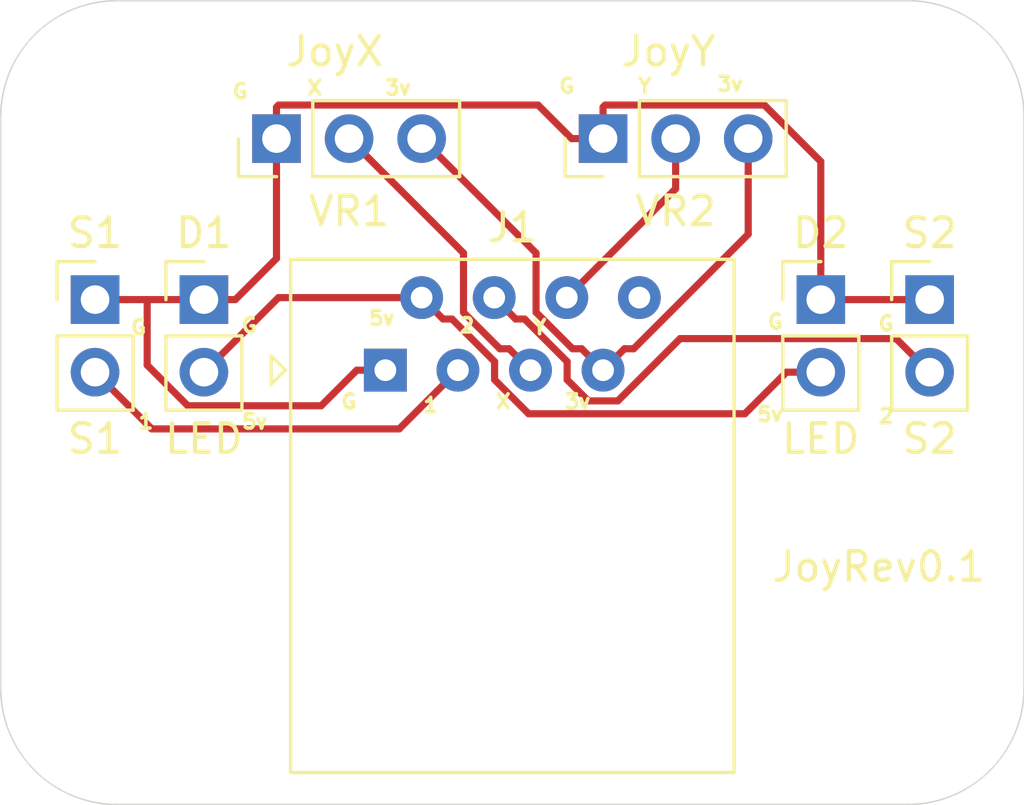
<source format=kicad_pcb>
(kicad_pcb (version 20171130) (host pcbnew "(5.1.2)-2")

  (general
    (thickness 1.6)
    (drawings 30)
    (tracks 65)
    (zones 0)
    (modules 11)
    (nets 9)
  )

  (page A4)
  (layers
    (0 F.Cu signal hide)
    (31 B.Cu signal)
    (32 B.Adhes user)
    (33 F.Adhes user)
    (34 B.Paste user)
    (35 F.Paste user)
    (36 B.SilkS user)
    (37 F.SilkS user)
    (38 B.Mask user)
    (39 F.Mask user)
    (40 Dwgs.User user)
    (41 Cmts.User user)
    (42 Eco1.User user)
    (43 Eco2.User user)
    (44 Edge.Cuts user)
    (45 Margin user)
    (46 B.CrtYd user)
    (47 F.CrtYd user)
    (48 B.Fab user)
    (49 F.Fab user)
  )

  (setup
    (last_trace_width 0.25)
    (trace_clearance 0.2)
    (zone_clearance 0.508)
    (zone_45_only no)
    (trace_min 0.2)
    (via_size 0.8)
    (via_drill 0.4)
    (via_min_size 0.4)
    (via_min_drill 0.3)
    (uvia_size 0.3)
    (uvia_drill 0.1)
    (uvias_allowed no)
    (uvia_min_size 0.2)
    (uvia_min_drill 0.1)
    (edge_width 0.05)
    (segment_width 0.2)
    (pcb_text_width 0.3)
    (pcb_text_size 1.5 1.5)
    (mod_edge_width 0.12)
    (mod_text_size 1 1)
    (mod_text_width 0.15)
    (pad_size 3.200001 3.200001)
    (pad_drill 3.200001)
    (pad_to_mask_clearance 0.051)
    (solder_mask_min_width 0.25)
    (aux_axis_origin 0 0)
    (visible_elements 7FFFFFFF)
    (pcbplotparams
      (layerselection 0x010fc_ffffffff)
      (usegerberextensions false)
      (usegerberattributes false)
      (usegerberadvancedattributes false)
      (creategerberjobfile false)
      (excludeedgelayer false)
      (linewidth 0.100000)
      (plotframeref false)
      (viasonmask false)
      (mode 1)
      (useauxorigin true)
      (hpglpennumber 1)
      (hpglpenspeed 20)
      (hpglpendiameter 15.000000)
      (psnegative false)
      (psa4output false)
      (plotreference true)
      (plotvalue true)
      (plotinvisibletext false)
      (padsonsilk false)
      (subtractmaskfromsilk false)
      (outputformat 1)
      (mirror false)
      (drillshape 0)
      (scaleselection 1)
      (outputdirectory "Gerbers/"))
  )

  (net 0 "")
  (net 1 "Net-(D1-Pad1)")
  (net 2 "Net-(D1-Pad2)")
  (net 3 "Net-(J1-Pad3)")
  (net 4 "Net-(J1-Pad4)")
  (net 5 "Net-(J1-Pad5)")
  (net 6 "Net-(J1-Pad6)")
  (net 7 "Net-(J1-Pad7)")
  (net 8 "Net-(J1-Pad8)")

  (net_class Default "This is the default net class."
    (clearance 0.2)
    (trace_width 0.25)
    (via_dia 0.8)
    (via_drill 0.4)
    (uvia_dia 0.3)
    (uvia_drill 0.1)
    (add_net "Net-(D1-Pad1)")
    (add_net "Net-(D1-Pad2)")
    (add_net "Net-(J1-Pad3)")
    (add_net "Net-(J1-Pad4)")
    (add_net "Net-(J1-Pad5)")
    (add_net "Net-(J1-Pad6)")
    (add_net "Net-(J1-Pad7)")
    (add_net "Net-(J1-Pad8)")
  )

  (module MountingHole:MountingHole_3mm (layer F.Cu) (tedit 56D1B4CB) (tstamp 5D61F0F3)
    (at 136.638 110.678)
    (descr "Mounting Hole 3mm, no annular")
    (tags "mounting hole 3mm no annular")
    (attr virtual)
    (fp_text reference "" (at 0 -4) (layer F.SilkS)
      (effects (font (size 1 1) (thickness 0.15)))
    )
    (fp_text value "" (at 0 4) (layer F.Fab)
      (effects (font (size 1 1) (thickness 0.15)))
    )
    (fp_text user %R (at 0.3 0) (layer F.Fab)
      (effects (font (size 1 1) (thickness 0.15)))
    )
    (fp_circle (center 0 0) (end 3 0) (layer Cmts.User) (width 0.15))
    (fp_circle (center 0 0) (end 3.25 0) (layer F.CrtYd) (width 0.05))
    (pad 1 np_thru_hole circle (at 0 0) (size 3 3) (drill 3) (layers *.Cu *.Mask))
  )

  (module MountingHole:MountingHole_3mm (layer F.Cu) (tedit 56D1B4CB) (tstamp 5D61F0F3)
    (at 136.638 90.678)
    (descr "Mounting Hole 3mm, no annular")
    (tags "mounting hole 3mm no annular")
    (attr virtual)
    (fp_text reference "" (at 0 -4) (layer F.SilkS)
      (effects (font (size 1 1) (thickness 0.15)))
    )
    (fp_text value "" (at 0 4) (layer F.Fab)
      (effects (font (size 1 1) (thickness 0.15)))
    )
    (fp_text user %R (at 0.3 0) (layer F.Fab)
      (effects (font (size 1 1) (thickness 0.15)))
    )
    (fp_circle (center 0 0) (end 3 0) (layer Cmts.User) (width 0.15))
    (fp_circle (center 0 0) (end 3.25 0) (layer F.CrtYd) (width 0.05))
    (pad 1 np_thru_hole circle (at 0 0) (size 3 3) (drill 3) (layers *.Cu *.Mask))
  )

  (module MountingHole:MountingHole_3mm (layer F.Cu) (tedit 56D1B4CB) (tstamp 5D61F059)
    (at 164.338 110.678)
    (descr "Mounting Hole 3mm, no annular")
    (tags "mounting hole 3mm no annular")
    (attr virtual)
    (fp_text reference "" (at 0 -4) (layer F.SilkS)
      (effects (font (size 1 1) (thickness 0.15)))
    )
    (fp_text value "" (at 0 4) (layer F.Fab)
      (effects (font (size 1 1) (thickness 0.15)))
    )
    (fp_text user %R (at 0.3 0) (layer F.Fab)
      (effects (font (size 1 1) (thickness 0.15)))
    )
    (fp_circle (center 0 0) (end 3 0) (layer Cmts.User) (width 0.15))
    (fp_circle (center 0 0) (end 3.25 0) (layer F.CrtYd) (width 0.05))
    (pad 1 np_thru_hole circle (at 0 0) (size 3 3) (drill 3) (layers *.Cu *.Mask))
  )

  (module MountingHole:MountingHole_3mm (layer F.Cu) (tedit 56D1B4CB) (tstamp 5D61EFF6)
    (at 164.338 90.678)
    (descr "Mounting Hole 3mm, no annular")
    (tags "mounting hole 3mm no annular")
    (attr virtual)
    (fp_text reference "" (at 0 -4) (layer F.SilkS)
      (effects (font (size 1 1) (thickness 0.15)))
    )
    (fp_text value "" (at 0 4) (layer F.Fab)
      (effects (font (size 1 1) (thickness 0.15)))
    )
    (fp_circle (center 0 0) (end 3.25 0) (layer F.CrtYd) (width 0.05))
    (fp_circle (center 0 0) (end 3 0) (layer Cmts.User) (width 0.15))
    (fp_text user %R (at 0.3 0) (layer F.Fab)
      (effects (font (size 1 1) (thickness 0.15)))
    )
    (pad 1 np_thru_hole circle (at 0 0) (size 3 3) (drill 3) (layers *.Cu *.Mask))
  )

  (module Connector_PinHeader_2.54mm:PinHeader_1x03_P2.54mm_Vertical (layer F.Cu) (tedit 5D58EBD6) (tstamp 5D593737)
    (at 153.67 91.44 90)
    (descr "Through hole straight pin header, 1x03, 2.54mm pitch, single row")
    (tags "Through hole pin header THT 1x03 2.54mm single row")
    (path /5D5C5C5F)
    (fp_text reference VR2 (at -2.54 2.54) (layer F.SilkS)
      (effects (font (size 1 1) (thickness 0.15)))
    )
    (fp_text value JoyY (at 3.048 2.286) (layer F.SilkS)
      (effects (font (size 1 1) (thickness 0.15)))
    )
    (fp_text user %R (at 0 2.54 180) (layer F.Fab)
      (effects (font (size 1 1) (thickness 0.15)))
    )
    (fp_line (start 1.8 -1.8) (end -1.8 -1.8) (layer F.CrtYd) (width 0.05))
    (fp_line (start 1.8 6.85) (end 1.8 -1.8) (layer F.CrtYd) (width 0.05))
    (fp_line (start -1.8 6.85) (end 1.8 6.85) (layer F.CrtYd) (width 0.05))
    (fp_line (start -1.8 -1.8) (end -1.8 6.85) (layer F.CrtYd) (width 0.05))
    (fp_line (start -1.33 -1.33) (end 0 -1.33) (layer F.SilkS) (width 0.12))
    (fp_line (start -1.33 0) (end -1.33 -1.33) (layer F.SilkS) (width 0.12))
    (fp_line (start -1.33 1.27) (end 1.33 1.27) (layer F.SilkS) (width 0.12))
    (fp_line (start 1.33 1.27) (end 1.33 6.41) (layer F.SilkS) (width 0.12))
    (fp_line (start -1.33 1.27) (end -1.33 6.41) (layer F.SilkS) (width 0.12))
    (fp_line (start -1.33 6.41) (end 1.33 6.41) (layer F.SilkS) (width 0.12))
    (fp_line (start -1.27 -0.635) (end -0.635 -1.27) (layer F.Fab) (width 0.1))
    (fp_line (start -1.27 6.35) (end -1.27 -0.635) (layer F.Fab) (width 0.1))
    (fp_line (start 1.27 6.35) (end -1.27 6.35) (layer F.Fab) (width 0.1))
    (fp_line (start 1.27 -1.27) (end 1.27 6.35) (layer F.Fab) (width 0.1))
    (fp_line (start -0.635 -1.27) (end 1.27 -1.27) (layer F.Fab) (width 0.1))
    (pad 3 thru_hole oval (at 0 5.08 90) (size 1.7 1.7) (drill 1) (layers *.Cu *.Mask)
      (net 7 "Net-(J1-Pad7)"))
    (pad 2 thru_hole oval (at 0 2.54 90) (size 1.7 1.7) (drill 1) (layers *.Cu *.Mask)
      (net 6 "Net-(J1-Pad6)"))
    (pad 1 thru_hole rect (at 0 0 90) (size 1.7 1.7) (drill 1) (layers *.Cu *.Mask)
      (net 1 "Net-(D1-Pad1)"))
    (model ${KISYS3DMOD}/Connector_PinHeader_2.54mm.3dshapes/PinHeader_1x03_P2.54mm_Vertical.wrl
      (at (xyz 0 0 0))
      (scale (xyz 1 1 1))
      (rotate (xyz 0 0 0))
    )
  )

  (module Connector_PinHeader_2.54mm:PinHeader_1x03_P2.54mm_Vertical (layer F.Cu) (tedit 5D58EBB2) (tstamp 5D593720)
    (at 142.24 91.44 90)
    (descr "Through hole straight pin header, 1x03, 2.54mm pitch, single row")
    (tags "Through hole pin header THT 1x03 2.54mm single row")
    (path /5D5C41B7)
    (fp_text reference VR1 (at -2.54 2.54) (layer F.SilkS)
      (effects (font (size 1 1) (thickness 0.15)))
    )
    (fp_text value JoyX (at 3.048 2.032) (layer F.SilkS)
      (effects (font (size 1 1) (thickness 0.15)))
    )
    (fp_line (start -0.635 -1.27) (end 1.27 -1.27) (layer F.Fab) (width 0.1))
    (fp_line (start 1.27 -1.27) (end 1.27 6.35) (layer F.Fab) (width 0.1))
    (fp_line (start 1.27 6.35) (end -1.27 6.35) (layer F.Fab) (width 0.1))
    (fp_line (start -1.27 6.35) (end -1.27 -0.635) (layer F.Fab) (width 0.1))
    (fp_line (start -1.27 -0.635) (end -0.635 -1.27) (layer F.Fab) (width 0.1))
    (fp_line (start -1.33 6.41) (end 1.33 6.41) (layer F.SilkS) (width 0.12))
    (fp_line (start -1.33 1.27) (end -1.33 6.41) (layer F.SilkS) (width 0.12))
    (fp_line (start 1.33 1.27) (end 1.33 6.41) (layer F.SilkS) (width 0.12))
    (fp_line (start -1.33 1.27) (end 1.33 1.27) (layer F.SilkS) (width 0.12))
    (fp_line (start -1.33 0) (end -1.33 -1.33) (layer F.SilkS) (width 0.12))
    (fp_line (start -1.33 -1.33) (end 0 -1.33) (layer F.SilkS) (width 0.12))
    (fp_line (start -1.8 -1.8) (end -1.8 6.85) (layer F.CrtYd) (width 0.05))
    (fp_line (start -1.8 6.85) (end 1.8 6.85) (layer F.CrtYd) (width 0.05))
    (fp_line (start 1.8 6.85) (end 1.8 -1.8) (layer F.CrtYd) (width 0.05))
    (fp_line (start 1.8 -1.8) (end -1.8 -1.8) (layer F.CrtYd) (width 0.05))
    (fp_text user %R (at 0 2.54 180) (layer F.Fab)
      (effects (font (size 1 1) (thickness 0.15)))
    )
    (pad 1 thru_hole rect (at 0 0 90) (size 1.7 1.7) (drill 1) (layers *.Cu *.Mask)
      (net 1 "Net-(D1-Pad1)"))
    (pad 2 thru_hole oval (at 0 2.54 90) (size 1.7 1.7) (drill 1) (layers *.Cu *.Mask)
      (net 5 "Net-(J1-Pad5)"))
    (pad 3 thru_hole oval (at 0 5.08 90) (size 1.7 1.7) (drill 1) (layers *.Cu *.Mask)
      (net 7 "Net-(J1-Pad7)"))
    (model ${KISYS3DMOD}/Connector_PinHeader_2.54mm.3dshapes/PinHeader_1x03_P2.54mm_Vertical.wrl
      (at (xyz 0 0 0))
      (scale (xyz 1 1 1))
      (rotate (xyz 0 0 0))
    )
  )

  (module Connector_PinHeader_2.54mm:PinHeader_1x02_P2.54mm_Vertical (layer F.Cu) (tedit 59FED5CC) (tstamp 5D5936A8)
    (at 139.7 97.075001)
    (descr "Through hole straight pin header, 1x02, 2.54mm pitch, single row")
    (tags "Through hole pin header THT 1x02 2.54mm single row")
    (path /5D5BCD23)
    (fp_text reference D1 (at 0 -2.33) (layer F.SilkS)
      (effects (font (size 1 1) (thickness 0.15)))
    )
    (fp_text value LED (at 0 4.87) (layer F.SilkS)
      (effects (font (size 1 1) (thickness 0.15)))
    )
    (fp_line (start -0.635 -1.27) (end 1.27 -1.27) (layer F.Fab) (width 0.1))
    (fp_line (start 1.27 -1.27) (end 1.27 3.81) (layer F.Fab) (width 0.1))
    (fp_line (start 1.27 3.81) (end -1.27 3.81) (layer F.Fab) (width 0.1))
    (fp_line (start -1.27 3.81) (end -1.27 -0.635) (layer F.Fab) (width 0.1))
    (fp_line (start -1.27 -0.635) (end -0.635 -1.27) (layer F.Fab) (width 0.1))
    (fp_line (start -1.33 3.87) (end 1.33 3.87) (layer F.SilkS) (width 0.12))
    (fp_line (start -1.33 1.27) (end -1.33 3.87) (layer F.SilkS) (width 0.12))
    (fp_line (start 1.33 1.27) (end 1.33 3.87) (layer F.SilkS) (width 0.12))
    (fp_line (start -1.33 1.27) (end 1.33 1.27) (layer F.SilkS) (width 0.12))
    (fp_line (start -1.33 0) (end -1.33 -1.33) (layer F.SilkS) (width 0.12))
    (fp_line (start -1.33 -1.33) (end 0 -1.33) (layer F.SilkS) (width 0.12))
    (fp_line (start -1.8 -1.8) (end -1.8 4.35) (layer F.CrtYd) (width 0.05))
    (fp_line (start -1.8 4.35) (end 1.8 4.35) (layer F.CrtYd) (width 0.05))
    (fp_line (start 1.8 4.35) (end 1.8 -1.8) (layer F.CrtYd) (width 0.05))
    (fp_line (start 1.8 -1.8) (end -1.8 -1.8) (layer F.CrtYd) (width 0.05))
    (fp_text user %R (at 0 1.27 90) (layer F.Fab)
      (effects (font (size 1 1) (thickness 0.15)))
    )
    (pad 1 thru_hole rect (at 0 0) (size 1.7 1.7) (drill 1) (layers *.Cu *.Mask)
      (net 1 "Net-(D1-Pad1)"))
    (pad 2 thru_hole oval (at 0 2.54) (size 1.7 1.7) (drill 1) (layers *.Cu *.Mask)
      (net 2 "Net-(D1-Pad2)"))
    (model ${KISYS3DMOD}/Connector_PinHeader_2.54mm.3dshapes/PinHeader_1x02_P2.54mm_Vertical.wrl
      (at (xyz 0 0 0))
      (scale (xyz 1 1 1))
      (rotate (xyz 0 0 0))
    )
  )

  (module Connector_PinHeader_2.54mm:PinHeader_1x02_P2.54mm_Vertical (layer F.Cu) (tedit 59FED5CC) (tstamp 5D5936BE)
    (at 161.29 97.075001)
    (descr "Through hole straight pin header, 1x02, 2.54mm pitch, single row")
    (tags "Through hole pin header THT 1x02 2.54mm single row")
    (path /5D5BDD5B)
    (fp_text reference D2 (at 0 -2.33) (layer F.SilkS)
      (effects (font (size 1 1) (thickness 0.15)))
    )
    (fp_text value LED (at 0 4.87) (layer F.SilkS)
      (effects (font (size 1 1) (thickness 0.15)))
    )
    (fp_text user %R (at 0 1.27 90) (layer F.Fab)
      (effects (font (size 1 1) (thickness 0.15)))
    )
    (fp_line (start 1.8 -1.8) (end -1.8 -1.8) (layer F.CrtYd) (width 0.05))
    (fp_line (start 1.8 4.35) (end 1.8 -1.8) (layer F.CrtYd) (width 0.05))
    (fp_line (start -1.8 4.35) (end 1.8 4.35) (layer F.CrtYd) (width 0.05))
    (fp_line (start -1.8 -1.8) (end -1.8 4.35) (layer F.CrtYd) (width 0.05))
    (fp_line (start -1.33 -1.33) (end 0 -1.33) (layer F.SilkS) (width 0.12))
    (fp_line (start -1.33 0) (end -1.33 -1.33) (layer F.SilkS) (width 0.12))
    (fp_line (start -1.33 1.27) (end 1.33 1.27) (layer F.SilkS) (width 0.12))
    (fp_line (start 1.33 1.27) (end 1.33 3.87) (layer F.SilkS) (width 0.12))
    (fp_line (start -1.33 1.27) (end -1.33 3.87) (layer F.SilkS) (width 0.12))
    (fp_line (start -1.33 3.87) (end 1.33 3.87) (layer F.SilkS) (width 0.12))
    (fp_line (start -1.27 -0.635) (end -0.635 -1.27) (layer F.Fab) (width 0.1))
    (fp_line (start -1.27 3.81) (end -1.27 -0.635) (layer F.Fab) (width 0.1))
    (fp_line (start 1.27 3.81) (end -1.27 3.81) (layer F.Fab) (width 0.1))
    (fp_line (start 1.27 -1.27) (end 1.27 3.81) (layer F.Fab) (width 0.1))
    (fp_line (start -0.635 -1.27) (end 1.27 -1.27) (layer F.Fab) (width 0.1))
    (pad 2 thru_hole oval (at 0 2.54) (size 1.7 1.7) (drill 1) (layers *.Cu *.Mask)
      (net 2 "Net-(D1-Pad2)"))
    (pad 1 thru_hole rect (at 0 0) (size 1.7 1.7) (drill 1) (layers *.Cu *.Mask)
      (net 1 "Net-(D1-Pad1)"))
    (model ${KISYS3DMOD}/Connector_PinHeader_2.54mm.3dshapes/PinHeader_1x02_P2.54mm_Vertical.wrl
      (at (xyz 0 0 0))
      (scale (xyz 1 1 1))
      (rotate (xyz 0 0 0))
    )
  )

  (module Connector_RJ:RJ45_Amphenol_54602-x08_Horizontal (layer F.Cu) (tedit 5D6EA639) (tstamp 5D5936DD)
    (at 146.05 99.545001)
    (descr "8 Pol Shallow Latch Connector, Modjack, RJ45 (https://cdn.amphenol-icc.com/media/wysiwyg/files/drawing/c-bmj-0102.pdf)")
    (tags RJ45)
    (path /5D58DD64)
    (fp_text reference J1 (at 4.445 -5) (layer F.SilkS)
      (effects (font (size 1 1) (thickness 0.15)))
    )
    (fp_text value 8P8C (at 4.445 4) (layer F.Fab)
      (effects (font (size 1 1) (thickness 0.15)))
    )
    (fp_text user %R (at 4.445 2) (layer F.Fab)
      (effects (font (size 1 1) (thickness 0.15)))
    )
    (fp_line (start -4 0.5) (end -3.5 0) (layer F.SilkS) (width 0.12))
    (fp_line (start -4 -0.5) (end -4 0.5) (layer F.SilkS) (width 0.12))
    (fp_line (start -3.5 0) (end -4 -0.5) (layer F.SilkS) (width 0.12))
    (fp_line (start -3.205 13.97) (end -3.205 -2.77) (layer F.Fab) (width 0.12))
    (fp_line (start 12.095 13.97) (end -3.205 13.97) (layer F.Fab) (width 0.12))
    (fp_line (start 12.095 -3.77) (end 12.095 13.97) (layer F.Fab) (width 0.12))
    (fp_line (start -2.205 -3.77) (end 12.095 -3.77) (layer F.Fab) (width 0.12))
    (fp_line (start -3.205 -2.77) (end -2.205 -3.77) (layer F.Fab) (width 0.12))
    (fp_line (start -3.315 14.08) (end 12.205 14.08) (layer F.SilkS) (width 0.12))
    (fp_line (start 12.205 -3.88) (end 12.205 14.08) (layer F.SilkS) (width 0.12))
    (fp_line (start 12.205 -3.88) (end -3.315 -3.88) (layer F.SilkS) (width 0.12))
    (fp_line (start -3.315 -3.88) (end -3.315 14.08) (layer F.SilkS) (width 0.12))
    (fp_line (start -3.71 -4.27) (end 12.6 -4.27) (layer F.CrtYd) (width 0.05))
    (fp_line (start -3.71 -4.27) (end -3.71 14.47) (layer F.CrtYd) (width 0.05))
    (fp_line (start 12.6 14.47) (end 12.6 -4.27) (layer F.CrtYd) (width 0.05))
    (fp_line (start 12.6 14.47) (end -3.71 14.47) (layer F.CrtYd) (width 0.05))
    (pad "" np_thru_hole circle (at 10.16 6.35) (size 3.2 3.2) (drill 3.2) (layers *.Cu *.Mask))
    (pad "" np_thru_hole circle (at -1.27 6.35) (size 3.200001 3.200001) (drill 3.200001) (layers *.Cu *.Mask))
    (pad 1 thru_hole rect (at 0 0) (size 1.5 1.5) (drill 0.76) (layers *.Cu *.Mask)
      (net 1 "Net-(D1-Pad1)"))
    (pad 2 thru_hole circle (at 1.27 -2.54) (size 1.5 1.5) (drill 0.76) (layers *.Cu *.Mask)
      (net 2 "Net-(D1-Pad2)"))
    (pad 3 thru_hole circle (at 2.54 0) (size 1.5 1.5) (drill 0.76) (layers *.Cu *.Mask)
      (net 3 "Net-(J1-Pad3)"))
    (pad 4 thru_hole circle (at 3.81 -2.54) (size 1.5 1.5) (drill 0.76) (layers *.Cu *.Mask)
      (net 4 "Net-(J1-Pad4)"))
    (pad 5 thru_hole circle (at 5.08 0) (size 1.5 1.5) (drill 0.76) (layers *.Cu *.Mask)
      (net 5 "Net-(J1-Pad5)"))
    (pad 6 thru_hole circle (at 6.35 -2.54) (size 1.5 1.5) (drill 0.76) (layers *.Cu *.Mask)
      (net 6 "Net-(J1-Pad6)"))
    (pad 7 thru_hole circle (at 7.62 0) (size 1.5 1.5) (drill 0.76) (layers *.Cu *.Mask)
      (net 7 "Net-(J1-Pad7)"))
    (pad 8 thru_hole circle (at 8.89 -2.54) (size 1.5 1.5) (drill 0.76) (layers *.Cu *.Mask)
      (net 8 "Net-(J1-Pad8)"))
    (model ${KISYS3DMOD}/Connector_RJ.3dshapes/RJ45_Amphenol_54602-x08_Horizontal.wrl
      (at (xyz 0 0 0))
      (scale (xyz 1 1 1))
      (rotate (xyz 0 0 0))
    )
  )

  (module Connector_PinHeader_2.54mm:PinHeader_1x02_P2.54mm_Vertical (layer F.Cu) (tedit 59FED5CC) (tstamp 5D6AB5E6)
    (at 135.89 97.075001)
    (descr "Through hole straight pin header, 1x02, 2.54mm pitch, single row")
    (tags "Through hole pin header THT 1x02 2.54mm single row")
    (path /5D5C01CF)
    (fp_text reference S1 (at 0 -2.33) (layer F.SilkS)
      (effects (font (size 1 1) (thickness 0.15)))
    )
    (fp_text value S1 (at 0 4.87) (layer F.SilkS)
      (effects (font (size 1 1) (thickness 0.15)))
    )
    (fp_text user %R (at 0 1.27 90) (layer F.Fab)
      (effects (font (size 1 1) (thickness 0.15)))
    )
    (fp_line (start 1.8 -1.8) (end -1.8 -1.8) (layer F.CrtYd) (width 0.05))
    (fp_line (start 1.8 4.35) (end 1.8 -1.8) (layer F.CrtYd) (width 0.05))
    (fp_line (start -1.8 4.35) (end 1.8 4.35) (layer F.CrtYd) (width 0.05))
    (fp_line (start -1.8 -1.8) (end -1.8 4.35) (layer F.CrtYd) (width 0.05))
    (fp_line (start -1.33 -1.33) (end 0 -1.33) (layer F.SilkS) (width 0.12))
    (fp_line (start -1.33 0) (end -1.33 -1.33) (layer F.SilkS) (width 0.12))
    (fp_line (start -1.33 1.27) (end 1.33 1.27) (layer F.SilkS) (width 0.12))
    (fp_line (start 1.33 1.27) (end 1.33 3.87) (layer F.SilkS) (width 0.12))
    (fp_line (start -1.33 1.27) (end -1.33 3.87) (layer F.SilkS) (width 0.12))
    (fp_line (start -1.33 3.87) (end 1.33 3.87) (layer F.SilkS) (width 0.12))
    (fp_line (start -1.27 -0.635) (end -0.635 -1.27) (layer F.Fab) (width 0.1))
    (fp_line (start -1.27 3.81) (end -1.27 -0.635) (layer F.Fab) (width 0.1))
    (fp_line (start 1.27 3.81) (end -1.27 3.81) (layer F.Fab) (width 0.1))
    (fp_line (start 1.27 -1.27) (end 1.27 3.81) (layer F.Fab) (width 0.1))
    (fp_line (start -0.635 -1.27) (end 1.27 -1.27) (layer F.Fab) (width 0.1))
    (pad 2 thru_hole oval (at 0 2.54) (size 1.7 1.7) (drill 1) (layers *.Cu *.Mask)
      (net 3 "Net-(J1-Pad3)"))
    (pad 1 thru_hole rect (at 0 0) (size 1.7 1.7) (drill 1) (layers *.Cu *.Mask)
      (net 1 "Net-(D1-Pad1)"))
    (model ${KISYS3DMOD}/Connector_PinHeader_2.54mm.3dshapes/PinHeader_1x02_P2.54mm_Vertical.wrl
      (at (xyz 0 0 0))
      (scale (xyz 1 1 1))
      (rotate (xyz 0 0 0))
    )
  )

  (module Connector_PinHeader_2.54mm:PinHeader_1x02_P2.54mm_Vertical (layer F.Cu) (tedit 59FED5CC) (tstamp 5D593709)
    (at 165.1 97.075001)
    (descr "Through hole straight pin header, 1x02, 2.54mm pitch, single row")
    (tags "Through hole pin header THT 1x02 2.54mm single row")
    (path /5D5C346F)
    (fp_text reference S2 (at 0 -2.33) (layer F.SilkS)
      (effects (font (size 1 1) (thickness 0.15)))
    )
    (fp_text value S2 (at 0 4.87) (layer F.SilkS)
      (effects (font (size 1 1) (thickness 0.15)))
    )
    (fp_line (start -0.635 -1.27) (end 1.27 -1.27) (layer F.Fab) (width 0.1))
    (fp_line (start 1.27 -1.27) (end 1.27 3.81) (layer F.Fab) (width 0.1))
    (fp_line (start 1.27 3.81) (end -1.27 3.81) (layer F.Fab) (width 0.1))
    (fp_line (start -1.27 3.81) (end -1.27 -0.635) (layer F.Fab) (width 0.1))
    (fp_line (start -1.27 -0.635) (end -0.635 -1.27) (layer F.Fab) (width 0.1))
    (fp_line (start -1.33 3.87) (end 1.33 3.87) (layer F.SilkS) (width 0.12))
    (fp_line (start -1.33 1.27) (end -1.33 3.87) (layer F.SilkS) (width 0.12))
    (fp_line (start 1.33 1.27) (end 1.33 3.87) (layer F.SilkS) (width 0.12))
    (fp_line (start -1.33 1.27) (end 1.33 1.27) (layer F.SilkS) (width 0.12))
    (fp_line (start -1.33 0) (end -1.33 -1.33) (layer F.SilkS) (width 0.12))
    (fp_line (start -1.33 -1.33) (end 0 -1.33) (layer F.SilkS) (width 0.12))
    (fp_line (start -1.8 -1.8) (end -1.8 4.35) (layer F.CrtYd) (width 0.05))
    (fp_line (start -1.8 4.35) (end 1.8 4.35) (layer F.CrtYd) (width 0.05))
    (fp_line (start 1.8 4.35) (end 1.8 -1.8) (layer F.CrtYd) (width 0.05))
    (fp_line (start 1.8 -1.8) (end -1.8 -1.8) (layer F.CrtYd) (width 0.05))
    (fp_text user %R (at 0 1.27 90) (layer F.Fab)
      (effects (font (size 1 1) (thickness 0.15)))
    )
    (pad 1 thru_hole rect (at 0 0) (size 1.7 1.7) (drill 1) (layers *.Cu *.Mask)
      (net 1 "Net-(D1-Pad1)"))
    (pad 2 thru_hole oval (at 0 2.54) (size 1.7 1.7) (drill 1) (layers *.Cu *.Mask)
      (net 4 "Net-(J1-Pad4)"))
    (model ${KISYS3DMOD}/Connector_PinHeader_2.54mm.3dshapes/PinHeader_1x02_P2.54mm_Vertical.wrl
      (at (xyz 0 0 0))
      (scale (xyz 1 1 1))
      (rotate (xyz 0 0 0))
    )
  )

  (gr_text 2 (at 163.576 101.1555) (layer F.SilkS) (tstamp 5D6AB554)
    (effects (font (size 0.5 0.5) (thickness 0.125)))
  )
  (gr_text G (at 163.576 97.917) (layer F.SilkS) (tstamp 5D6AB554)
    (effects (font (size 0.5 0.5) (thickness 0.125)))
  )
  (gr_text G (at 159.7025 97.8535) (layer F.SilkS) (tstamp 5D6AB554)
    (effects (font (size 0.5 0.5) (thickness 0.125)))
  )
  (gr_text 5v (at 159.512 101.092) (layer F.SilkS) (tstamp 5D6AB554)
    (effects (font (size 0.5 0.5) (thickness 0.125)))
  )
  (gr_text 3v (at 158.115 89.535) (layer F.SilkS) (tstamp 5D6AB554)
    (effects (font (size 0.5 0.5) (thickness 0.125)))
  )
  (gr_text Y (at 155.1305 89.5985) (layer F.SilkS) (tstamp 5D6AB554)
    (effects (font (size 0.5 0.5) (thickness 0.125)))
  )
  (gr_text G (at 152.4 89.5985) (layer F.SilkS) (tstamp 5D6AB554)
    (effects (font (size 0.5 0.5) (thickness 0.125)))
  )
  (gr_text 3v (at 146.4945 89.662) (layer F.SilkS) (tstamp 5D6AB554)
    (effects (font (size 0.5 0.5) (thickness 0.125)))
  )
  (gr_text X (at 143.5735 89.662) (layer F.SilkS) (tstamp 5D6AB6AB)
    (effects (font (size 0.5 0.5) (thickness 0.125)))
  )
  (gr_text G (at 140.97 89.789) (layer F.SilkS) (tstamp 5D6AB554)
    (effects (font (size 0.5 0.5) (thickness 0.125)))
  )
  (gr_text 3v (at 152.781 100.6475) (layer F.SilkS) (tstamp 5D6AB554)
    (effects (font (size 0.5 0.5) (thickness 0.125)))
  )
  (gr_text Y (at 151.4475 98.044) (layer F.SilkS) (tstamp 5D6AB554)
    (effects (font (size 0.5 0.5) (thickness 0.125)))
  )
  (gr_text X (at 150.1775 100.6475) (layer F.SilkS) (tstamp 5D6AB67E)
    (effects (font (size 0.5 0.5) (thickness 0.125)))
  )
  (gr_text 1 (at 137.668 101.346) (layer F.SilkS) (tstamp 5D6AB615)
    (effects (font (size 0.5 0.5) (thickness 0.125)))
  )
  (gr_text G (at 137.414 98.044) (layer F.SilkS) (tstamp 5D6AB554)
    (effects (font (size 0.5 0.5) (thickness 0.125)))
  )
  (gr_text G (at 141.2875 97.9805) (layer F.SilkS) (tstamp 5D6AB55D)
    (effects (font (size 0.5 0.5) (thickness 0.125)))
  )
  (gr_text 5v (at 141.478 101.346) (layer F.SilkS) (tstamp 5D6AB554)
    (effects (font (size 0.5 0.5) (thickness 0.125)))
  )
  (gr_text 2 (at 148.9075 97.9805) (layer F.SilkS) (tstamp 5D6AB554)
    (effects (font (size 0.5 0.5) (thickness 0.125)))
  )
  (gr_text 1 (at 147.6375 100.7745) (layer F.SilkS) (tstamp 5D6AB554)
    (effects (font (size 0.5 0.5) (thickness 0.125)))
  )
  (gr_text 5v (at 145.923 97.7265) (layer F.SilkS)
    (effects (font (size 0.5 0.5) (thickness 0.125)))
  )
  (gr_text G (at 144.78 100.6475) (layer F.SilkS)
    (effects (font (size 0.5 0.5) (thickness 0.125)))
  )
  (gr_text JoyRev0.1 (at 163.322 106.426) (layer F.SilkS)
    (effects (font (size 1 1) (thickness 0.15)))
  )
  (gr_line (start 132.588 110.6805) (end 132.588 90.678) (layer Edge.Cuts) (width 0.05) (tstamp 5D61F1B9))
  (gr_arc (start 136.652 110.6805) (end 132.588 110.6805) (angle -90) (layer Edge.Cuts) (width 0.05) (tstamp 5D61F16A))
  (gr_line (start 164.338 114.7445) (end 136.652 114.7445) (layer Edge.Cuts) (width 0.05))
  (gr_line (start 168.402 90.678) (end 168.402 110.6805) (layer Edge.Cuts) (width 0.05) (tstamp 5D61F1A5))
  (gr_arc (start 164.338 110.6805) (end 164.338 114.7445) (angle -90) (layer Edge.Cuts) (width 0.05) (tstamp 5D61F16A))
  (gr_line (start 164.338 86.614) (end 136.652 86.614) (layer Edge.Cuts) (width 0.05))
  (gr_arc (start 136.652 90.678) (end 136.652 86.614) (angle -90) (layer Edge.Cuts) (width 0.05) (tstamp 5D61F16A))
  (gr_arc (start 164.338 90.678) (end 168.402 90.678) (angle -90) (layer Edge.Cuts) (width 0.05))

  (segment (start 142.24 90.34) (end 142.24 91.44) (width 0.25) (layer F.Cu) (net 1))
  (segment (start 142.315001 90.264999) (end 142.24 90.34) (width 0.25) (layer F.Cu) (net 1))
  (segment (start 151.394999 90.264999) (end 142.315001 90.264999) (width 0.25) (layer F.Cu) (net 1))
  (segment (start 152.57 91.44) (end 151.394999 90.264999) (width 0.25) (layer F.Cu) (net 1))
  (segment (start 153.67 91.44) (end 152.57 91.44) (width 0.25) (layer F.Cu) (net 1))
  (segment (start 164 97.075001) (end 161.29 97.075001) (width 0.25) (layer F.Cu) (net 1))
  (segment (start 165.1 97.075001) (end 164 97.075001) (width 0.25) (layer F.Cu) (net 1))
  (segment (start 135.89 97.075001) (end 136.99 97.075001) (width 0.25) (layer F.Cu) (net 1))
  (segment (start 139.135999 100.790002) (end 137.715001 99.369004) (width 0.25) (layer F.Cu) (net 1))
  (segment (start 143.804999 100.790002) (end 139.135999 100.790002) (width 0.25) (layer F.Cu) (net 1))
  (segment (start 145.05 99.545001) (end 143.804999 100.790002) (width 0.25) (layer F.Cu) (net 1))
  (segment (start 137.715001 99.369004) (end 137.715001 97.075001) (width 0.25) (layer F.Cu) (net 1))
  (segment (start 146.05 99.545001) (end 145.05 99.545001) (width 0.25) (layer F.Cu) (net 1))
  (segment (start 137.715001 97.075001) (end 139.7 97.075001) (width 0.25) (layer F.Cu) (net 1))
  (segment (start 136.99 97.075001) (end 137.715001 97.075001) (width 0.25) (layer F.Cu) (net 1))
  (segment (start 142.24 92.54) (end 142.24 91.44) (width 0.25) (layer F.Cu) (net 1))
  (segment (start 142.24 95.635001) (end 142.24 92.54) (width 0.25) (layer F.Cu) (net 1))
  (segment (start 140.8 97.075001) (end 142.24 95.635001) (width 0.25) (layer F.Cu) (net 1))
  (segment (start 139.7 97.075001) (end 140.8 97.075001) (width 0.25) (layer F.Cu) (net 1))
  (segment (start 153.745001 90.264999) (end 159.314001 90.264999) (width 0.25) (layer F.Cu) (net 1))
  (segment (start 153.67 90.34) (end 153.745001 90.264999) (width 0.25) (layer F.Cu) (net 1))
  (segment (start 153.67 91.44) (end 153.67 90.34) (width 0.25) (layer F.Cu) (net 1))
  (segment (start 159.314001 90.264999) (end 161.29 92.240998) (width 0.25) (layer F.Cu) (net 1))
  (segment (start 161.29 95.975001) (end 161.29 97.075001) (width 0.25) (layer F.Cu) (net 1))
  (segment (start 161.29 92.240998) (end 161.29 95.975001) (width 0.25) (layer F.Cu) (net 1))
  (segment (start 142.31 97.005001) (end 139.7 99.615001) (width 0.25) (layer F.Cu) (net 2))
  (segment (start 147.32 97.005001) (end 142.31 97.005001) (width 0.25) (layer F.Cu) (net 2))
  (segment (start 148.069999 97.755) (end 147.32 97.005001) (width 0.25) (layer F.Cu) (net 2))
  (segment (start 149.872598 99.245011) (end 148.382587 97.755) (width 0.25) (layer F.Cu) (net 2))
  (segment (start 149.872598 99.878601) (end 149.872598 99.245011) (width 0.25) (layer F.Cu) (net 2))
  (segment (start 151.064009 101.070012) (end 149.872598 99.878601) (width 0.25) (layer F.Cu) (net 2))
  (segment (start 158.632908 101.070012) (end 151.064009 101.070012) (width 0.25) (layer F.Cu) (net 2))
  (segment (start 148.382587 97.755) (end 148.069999 97.755) (width 0.25) (layer F.Cu) (net 2))
  (segment (start 160.087919 99.615001) (end 158.632908 101.070012) (width 0.25) (layer F.Cu) (net 2))
  (segment (start 161.29 99.615001) (end 160.087919 99.615001) (width 0.25) (layer F.Cu) (net 2))
  (segment (start 147.840001 100.295) (end 148.59 99.545001) (width 0.25) (layer F.Cu) (net 3))
  (segment (start 146.535001 101.6) (end 147.840001 100.295) (width 0.25) (layer F.Cu) (net 3))
  (segment (start 137.874999 101.6) (end 146.535001 101.6) (width 0.25) (layer F.Cu) (net 3))
  (segment (start 135.89 99.615001) (end 137.874999 101.6) (width 0.25) (layer F.Cu) (net 3))
  (segment (start 150.609999 97.755) (end 149.86 97.005001) (width 0.25) (layer F.Cu) (net 4))
  (segment (start 152.412598 99.245011) (end 150.922587 97.755) (width 0.25) (layer F.Cu) (net 4))
  (segment (start 152.412598 99.878601) (end 152.412598 99.245011) (width 0.25) (layer F.Cu) (net 4))
  (segment (start 153.153999 100.620002) (end 152.412598 99.878601) (width 0.25) (layer F.Cu) (net 4))
  (segment (start 150.922587 97.755) (end 150.609999 97.755) (width 0.25) (layer F.Cu) (net 4))
  (segment (start 154.186001 100.620002) (end 153.153999 100.620002) (width 0.25) (layer F.Cu) (net 4))
  (segment (start 156.366003 98.44) (end 154.186001 100.620002) (width 0.25) (layer F.Cu) (net 4))
  (segment (start 163.924999 98.44) (end 156.366003 98.44) (width 0.25) (layer F.Cu) (net 4))
  (segment (start 165.1 99.615001) (end 163.924999 98.44) (width 0.25) (layer F.Cu) (net 4))
  (segment (start 150.380001 98.795002) (end 151.13 99.545001) (width 0.25) (layer F.Cu) (net 5))
  (segment (start 150.058999 98.795002) (end 150.380001 98.795002) (width 0.25) (layer F.Cu) (net 5))
  (segment (start 148.784999 97.521002) (end 150.058999 98.795002) (width 0.25) (layer F.Cu) (net 5))
  (segment (start 148.784999 95.444999) (end 148.784999 97.521002) (width 0.25) (layer F.Cu) (net 5))
  (segment (start 144.78 91.44) (end 148.784999 95.444999) (width 0.25) (layer F.Cu) (net 5))
  (segment (start 156.21 93.195001) (end 152.4 97.005001) (width 0.25) (layer F.Cu) (net 6))
  (segment (start 156.21 91.44) (end 156.21 93.195001) (width 0.25) (layer F.Cu) (net 6))
  (segment (start 152.920001 98.795002) (end 153.67 99.545001) (width 0.25) (layer F.Cu) (net 7))
  (segment (start 152.598999 98.795002) (end 152.920001 98.795002) (width 0.25) (layer F.Cu) (net 7))
  (segment (start 151.324999 97.521002) (end 152.598999 98.795002) (width 0.25) (layer F.Cu) (net 7))
  (segment (start 151.324999 95.444999) (end 151.324999 97.521002) (width 0.25) (layer F.Cu) (net 7))
  (segment (start 147.32 91.44) (end 151.324999 95.444999) (width 0.25) (layer F.Cu) (net 7))
  (segment (start 158.75 92.642081) (end 158.75 91.44) (width 0.25) (layer F.Cu) (net 7))
  (segment (start 158.75 94.786003) (end 158.75 92.642081) (width 0.25) (layer F.Cu) (net 7))
  (segment (start 154.741001 98.795002) (end 158.75 94.786003) (width 0.25) (layer F.Cu) (net 7))
  (segment (start 154.419999 98.795002) (end 154.741001 98.795002) (width 0.25) (layer F.Cu) (net 7))
  (segment (start 153.67 99.545001) (end 154.419999 98.795002) (width 0.25) (layer F.Cu) (net 7))

)

</source>
